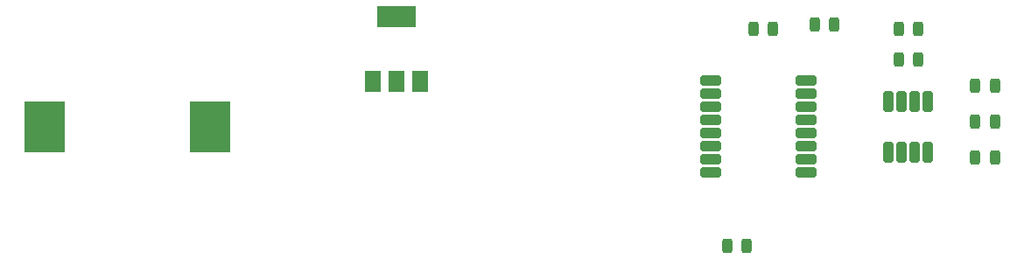
<source format=gbr>
G04 #@! TF.GenerationSoftware,KiCad,Pcbnew,(6.0.4)*
G04 #@! TF.CreationDate,2022-05-04T19:00:33-03:00*
G04 #@! TF.ProjectId,P_Inyectores_Rpi_pico,505f496e-7965-4637-946f-7265735f5270,rev?*
G04 #@! TF.SameCoordinates,Original*
G04 #@! TF.FileFunction,Paste,Bot*
G04 #@! TF.FilePolarity,Positive*
%FSLAX46Y46*%
G04 Gerber Fmt 4.6, Leading zero omitted, Abs format (unit mm)*
G04 Created by KiCad (PCBNEW (6.0.4)) date 2022-05-04 19:00:33*
%MOMM*%
%LPD*%
G01*
G04 APERTURE LIST*
G04 Aperture macros list*
%AMRoundRect*
0 Rectangle with rounded corners*
0 $1 Rounding radius*
0 $2 $3 $4 $5 $6 $7 $8 $9 X,Y pos of 4 corners*
0 Add a 4 corners polygon primitive as box body*
4,1,4,$2,$3,$4,$5,$6,$7,$8,$9,$2,$3,0*
0 Add four circle primitives for the rounded corners*
1,1,$1+$1,$2,$3*
1,1,$1+$1,$4,$5*
1,1,$1+$1,$6,$7*
1,1,$1+$1,$8,$9*
0 Add four rect primitives between the rounded corners*
20,1,$1+$1,$2,$3,$4,$5,0*
20,1,$1+$1,$4,$5,$6,$7,0*
20,1,$1+$1,$6,$7,$8,$9,0*
20,1,$1+$1,$8,$9,$2,$3,0*%
G04 Aperture macros list end*
%ADD10RoundRect,0.243750X0.243750X0.456250X-0.243750X0.456250X-0.243750X-0.456250X0.243750X-0.456250X0*%
%ADD11RoundRect,0.250000X0.775000X0.250000X-0.775000X0.250000X-0.775000X-0.250000X0.775000X-0.250000X0*%
%ADD12R,4.000000X5.000000*%
%ADD13R,1.500000X2.000000*%
%ADD14R,3.800000X2.000000*%
%ADD15RoundRect,0.250000X0.250000X-0.750000X0.250000X0.750000X-0.250000X0.750000X-0.250000X-0.750000X0*%
%ADD16RoundRect,0.243750X-0.243750X-0.456250X0.243750X-0.456250X0.243750X0.456250X-0.243750X0.456250X0*%
G04 APERTURE END LIST*
D10*
X123875500Y-28500000D03*
X122000500Y-28500000D03*
X116437500Y-23000000D03*
X114562500Y-23000000D03*
D11*
X105650000Y-28055000D03*
X105650000Y-29325000D03*
X105650000Y-30595000D03*
X105650000Y-31865000D03*
X105650000Y-33135000D03*
X105650000Y-34405000D03*
X105650000Y-35675000D03*
X105650000Y-36945000D03*
X96350000Y-36945000D03*
X96350000Y-35675000D03*
X96350000Y-34405000D03*
X96350000Y-33135000D03*
X96350000Y-31865000D03*
X96350000Y-30595000D03*
X96350000Y-29325000D03*
X96350000Y-28055000D03*
D10*
X123875500Y-35500000D03*
X122000500Y-35500000D03*
D12*
X48000000Y-32500000D03*
X32000000Y-32500000D03*
D13*
X68300000Y-28150000D03*
D14*
X66000000Y-21850000D03*
D13*
X66000000Y-28150000D03*
X63700000Y-28150000D03*
D15*
X117405000Y-30025000D03*
X116135000Y-30025000D03*
X114865000Y-30025000D03*
X113595000Y-30025000D03*
X113595000Y-34975000D03*
X114865000Y-34975000D03*
X116135000Y-34975000D03*
X117405000Y-34975000D03*
D10*
X116437500Y-26000000D03*
X114562500Y-26000000D03*
D16*
X98000000Y-44000000D03*
X99875000Y-44000000D03*
D10*
X100500500Y-23000000D03*
X102375500Y-23000000D03*
X123875500Y-32000000D03*
X122000500Y-32000000D03*
X108337500Y-22600000D03*
X106462500Y-22600000D03*
M02*

</source>
